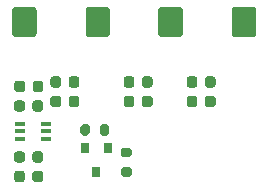
<source format=gbr>
%TF.GenerationSoftware,KiCad,Pcbnew,(5.1.10)-1*%
%TF.CreationDate,2022-01-18T16:23:03+07:00*%
%TF.ProjectId,DC5V_DC5V3V3,44433556-5f44-4433-9556-3356332e6b69,rev?*%
%TF.SameCoordinates,Original*%
%TF.FileFunction,Paste,Bot*%
%TF.FilePolarity,Positive*%
%FSLAX46Y46*%
G04 Gerber Fmt 4.6, Leading zero omitted, Abs format (unit mm)*
G04 Created by KiCad (PCBNEW (5.1.10)-1) date 2022-01-18 16:23:03*
%MOMM*%
%LPD*%
G01*
G04 APERTURE LIST*
%ADD10R,0.950000X0.450000*%
%ADD11R,0.800000X0.900000*%
G04 APERTURE END LIST*
D10*
%TO.C,D1*%
X92421000Y-93284000D03*
X92421000Y-92634000D03*
X92421000Y-91984000D03*
X90221000Y-91984000D03*
X90221000Y-92634000D03*
X90221000Y-93284000D03*
%TD*%
%TO.C,C12*%
G36*
G01*
X108171000Y-84388000D02*
X108171000Y-82338000D01*
G75*
G02*
X108421000Y-82088000I250000J0D01*
G01*
X109996000Y-82088000D01*
G75*
G02*
X110246000Y-82338000I0J-250000D01*
G01*
X110246000Y-84388000D01*
G75*
G02*
X109996000Y-84638000I-250000J0D01*
G01*
X108421000Y-84638000D01*
G75*
G02*
X108171000Y-84388000I0J250000D01*
G01*
G37*
G36*
G01*
X101946000Y-84388000D02*
X101946000Y-82338000D01*
G75*
G02*
X102196000Y-82088000I250000J0D01*
G01*
X103771000Y-82088000D01*
G75*
G02*
X104021000Y-82338000I0J-250000D01*
G01*
X104021000Y-84388000D01*
G75*
G02*
X103771000Y-84638000I-250000J0D01*
G01*
X102196000Y-84638000D01*
G75*
G02*
X101946000Y-84388000I0J250000D01*
G01*
G37*
%TD*%
%TO.C,C11*%
G36*
G01*
X95787500Y-84388000D02*
X95787500Y-82338000D01*
G75*
G02*
X96037500Y-82088000I250000J0D01*
G01*
X97612500Y-82088000D01*
G75*
G02*
X97862500Y-82338000I0J-250000D01*
G01*
X97862500Y-84388000D01*
G75*
G02*
X97612500Y-84638000I-250000J0D01*
G01*
X96037500Y-84638000D01*
G75*
G02*
X95787500Y-84388000I0J250000D01*
G01*
G37*
G36*
G01*
X89562500Y-84388000D02*
X89562500Y-82338000D01*
G75*
G02*
X89812500Y-82088000I250000J0D01*
G01*
X91387500Y-82088000D01*
G75*
G02*
X91637500Y-82338000I0J-250000D01*
G01*
X91637500Y-84388000D01*
G75*
G02*
X91387500Y-84638000I-250000J0D01*
G01*
X89812500Y-84638000D01*
G75*
G02*
X89562500Y-84388000I0J250000D01*
G01*
G37*
%TD*%
%TO.C,C13*%
G36*
G01*
X105250000Y-88193000D02*
X105250000Y-88693000D01*
G75*
G02*
X105025000Y-88918000I-225000J0D01*
G01*
X104575000Y-88918000D01*
G75*
G02*
X104350000Y-88693000I0J225000D01*
G01*
X104350000Y-88193000D01*
G75*
G02*
X104575000Y-87968000I225000J0D01*
G01*
X105025000Y-87968000D01*
G75*
G02*
X105250000Y-88193000I0J-225000D01*
G01*
G37*
G36*
G01*
X106800000Y-88193000D02*
X106800000Y-88693000D01*
G75*
G02*
X106575000Y-88918000I-225000J0D01*
G01*
X106125000Y-88918000D01*
G75*
G02*
X105900000Y-88693000I0J225000D01*
G01*
X105900000Y-88193000D01*
G75*
G02*
X106125000Y-87968000I225000J0D01*
G01*
X106575000Y-87968000D01*
G75*
G02*
X106800000Y-88193000I0J-225000D01*
G01*
G37*
%TD*%
%TO.C,C14*%
G36*
G01*
X105250000Y-89844000D02*
X105250000Y-90344000D01*
G75*
G02*
X105025000Y-90569000I-225000J0D01*
G01*
X104575000Y-90569000D01*
G75*
G02*
X104350000Y-90344000I0J225000D01*
G01*
X104350000Y-89844000D01*
G75*
G02*
X104575000Y-89619000I225000J0D01*
G01*
X105025000Y-89619000D01*
G75*
G02*
X105250000Y-89844000I0J-225000D01*
G01*
G37*
G36*
G01*
X106800000Y-89844000D02*
X106800000Y-90344000D01*
G75*
G02*
X106575000Y-90569000I-225000J0D01*
G01*
X106125000Y-90569000D01*
G75*
G02*
X105900000Y-90344000I0J225000D01*
G01*
X105900000Y-89844000D01*
G75*
G02*
X106125000Y-89619000I225000J0D01*
G01*
X106575000Y-89619000D01*
G75*
G02*
X106800000Y-89844000I0J-225000D01*
G01*
G37*
%TD*%
%TO.C,R2*%
G36*
G01*
X99513000Y-94813000D02*
X98963000Y-94813000D01*
G75*
G02*
X98763000Y-94613000I0J200000D01*
G01*
X98763000Y-94213000D01*
G75*
G02*
X98963000Y-94013000I200000J0D01*
G01*
X99513000Y-94013000D01*
G75*
G02*
X99713000Y-94213000I0J-200000D01*
G01*
X99713000Y-94613000D01*
G75*
G02*
X99513000Y-94813000I-200000J0D01*
G01*
G37*
G36*
G01*
X99513000Y-96463000D02*
X98963000Y-96463000D01*
G75*
G02*
X98763000Y-96263000I0J200000D01*
G01*
X98763000Y-95863000D01*
G75*
G02*
X98963000Y-95663000I200000J0D01*
G01*
X99513000Y-95663000D01*
G75*
G02*
X99713000Y-95863000I0J-200000D01*
G01*
X99713000Y-96263000D01*
G75*
G02*
X99513000Y-96463000I-200000J0D01*
G01*
G37*
%TD*%
%TO.C,R1*%
G36*
G01*
X96995500Y-92782000D02*
X96995500Y-92232000D01*
G75*
G02*
X97195500Y-92032000I200000J0D01*
G01*
X97595500Y-92032000D01*
G75*
G02*
X97795500Y-92232000I0J-200000D01*
G01*
X97795500Y-92782000D01*
G75*
G02*
X97595500Y-92982000I-200000J0D01*
G01*
X97195500Y-92982000D01*
G75*
G02*
X96995500Y-92782000I0J200000D01*
G01*
G37*
G36*
G01*
X95345500Y-92782000D02*
X95345500Y-92232000D01*
G75*
G02*
X95545500Y-92032000I200000J0D01*
G01*
X95945500Y-92032000D01*
G75*
G02*
X96145500Y-92232000I0J-200000D01*
G01*
X96145500Y-92782000D01*
G75*
G02*
X95945500Y-92982000I-200000J0D01*
G01*
X95545500Y-92982000D01*
G75*
G02*
X95345500Y-92782000I0J200000D01*
G01*
G37*
%TD*%
D11*
%TO.C,Q1*%
X96698000Y-96063000D03*
X97648000Y-94063000D03*
X95748000Y-94063000D03*
%TD*%
%TO.C,C10*%
G36*
G01*
X100566000Y-90344000D02*
X100566000Y-89844000D01*
G75*
G02*
X100791000Y-89619000I225000J0D01*
G01*
X101241000Y-89619000D01*
G75*
G02*
X101466000Y-89844000I0J-225000D01*
G01*
X101466000Y-90344000D01*
G75*
G02*
X101241000Y-90569000I-225000J0D01*
G01*
X100791000Y-90569000D01*
G75*
G02*
X100566000Y-90344000I0J225000D01*
G01*
G37*
G36*
G01*
X99016000Y-90344000D02*
X99016000Y-89844000D01*
G75*
G02*
X99241000Y-89619000I225000J0D01*
G01*
X99691000Y-89619000D01*
G75*
G02*
X99916000Y-89844000I0J-225000D01*
G01*
X99916000Y-90344000D01*
G75*
G02*
X99691000Y-90569000I-225000J0D01*
G01*
X99241000Y-90569000D01*
G75*
G02*
X99016000Y-90344000I0J225000D01*
G01*
G37*
%TD*%
%TO.C,C9*%
G36*
G01*
X100566000Y-88693000D02*
X100566000Y-88193000D01*
G75*
G02*
X100791000Y-87968000I225000J0D01*
G01*
X101241000Y-87968000D01*
G75*
G02*
X101466000Y-88193000I0J-225000D01*
G01*
X101466000Y-88693000D01*
G75*
G02*
X101241000Y-88918000I-225000J0D01*
G01*
X100791000Y-88918000D01*
G75*
G02*
X100566000Y-88693000I0J225000D01*
G01*
G37*
G36*
G01*
X99016000Y-88693000D02*
X99016000Y-88193000D01*
G75*
G02*
X99241000Y-87968000I225000J0D01*
G01*
X99691000Y-87968000D01*
G75*
G02*
X99916000Y-88193000I0J-225000D01*
G01*
X99916000Y-88693000D01*
G75*
G02*
X99691000Y-88918000I-225000J0D01*
G01*
X99241000Y-88918000D01*
G75*
G02*
X99016000Y-88693000I0J225000D01*
G01*
G37*
%TD*%
%TO.C,C6*%
G36*
G01*
X90658000Y-88574000D02*
X90658000Y-89074000D01*
G75*
G02*
X90433000Y-89299000I-225000J0D01*
G01*
X89983000Y-89299000D01*
G75*
G02*
X89758000Y-89074000I0J225000D01*
G01*
X89758000Y-88574000D01*
G75*
G02*
X89983000Y-88349000I225000J0D01*
G01*
X90433000Y-88349000D01*
G75*
G02*
X90658000Y-88574000I0J-225000D01*
G01*
G37*
G36*
G01*
X92208000Y-88574000D02*
X92208000Y-89074000D01*
G75*
G02*
X91983000Y-89299000I-225000J0D01*
G01*
X91533000Y-89299000D01*
G75*
G02*
X91308000Y-89074000I0J225000D01*
G01*
X91308000Y-88574000D01*
G75*
G02*
X91533000Y-88349000I225000J0D01*
G01*
X91983000Y-88349000D01*
G75*
G02*
X92208000Y-88574000I0J-225000D01*
G01*
G37*
%TD*%
%TO.C,C5*%
G36*
G01*
X90645000Y-90225000D02*
X90645000Y-90725000D01*
G75*
G02*
X90420000Y-90950000I-225000J0D01*
G01*
X89970000Y-90950000D01*
G75*
G02*
X89745000Y-90725000I0J225000D01*
G01*
X89745000Y-90225000D01*
G75*
G02*
X89970000Y-90000000I225000J0D01*
G01*
X90420000Y-90000000D01*
G75*
G02*
X90645000Y-90225000I0J-225000D01*
G01*
G37*
G36*
G01*
X92195000Y-90225000D02*
X92195000Y-90725000D01*
G75*
G02*
X91970000Y-90950000I-225000J0D01*
G01*
X91520000Y-90950000D01*
G75*
G02*
X91295000Y-90725000I0J225000D01*
G01*
X91295000Y-90225000D01*
G75*
G02*
X91520000Y-90000000I225000J0D01*
G01*
X91970000Y-90000000D01*
G75*
G02*
X92195000Y-90225000I0J-225000D01*
G01*
G37*
%TD*%
%TO.C,C4*%
G36*
G01*
X94369000Y-88693000D02*
X94369000Y-88193000D01*
G75*
G02*
X94594000Y-87968000I225000J0D01*
G01*
X95044000Y-87968000D01*
G75*
G02*
X95269000Y-88193000I0J-225000D01*
G01*
X95269000Y-88693000D01*
G75*
G02*
X95044000Y-88918000I-225000J0D01*
G01*
X94594000Y-88918000D01*
G75*
G02*
X94369000Y-88693000I0J225000D01*
G01*
G37*
G36*
G01*
X92819000Y-88693000D02*
X92819000Y-88193000D01*
G75*
G02*
X93044000Y-87968000I225000J0D01*
G01*
X93494000Y-87968000D01*
G75*
G02*
X93719000Y-88193000I0J-225000D01*
G01*
X93719000Y-88693000D01*
G75*
G02*
X93494000Y-88918000I-225000J0D01*
G01*
X93044000Y-88918000D01*
G75*
G02*
X92819000Y-88693000I0J225000D01*
G01*
G37*
%TD*%
%TO.C,C3*%
G36*
G01*
X90645000Y-94543000D02*
X90645000Y-95043000D01*
G75*
G02*
X90420000Y-95268000I-225000J0D01*
G01*
X89970000Y-95268000D01*
G75*
G02*
X89745000Y-95043000I0J225000D01*
G01*
X89745000Y-94543000D01*
G75*
G02*
X89970000Y-94318000I225000J0D01*
G01*
X90420000Y-94318000D01*
G75*
G02*
X90645000Y-94543000I0J-225000D01*
G01*
G37*
G36*
G01*
X92195000Y-94543000D02*
X92195000Y-95043000D01*
G75*
G02*
X91970000Y-95268000I-225000J0D01*
G01*
X91520000Y-95268000D01*
G75*
G02*
X91295000Y-95043000I0J225000D01*
G01*
X91295000Y-94543000D01*
G75*
G02*
X91520000Y-94318000I225000J0D01*
G01*
X91970000Y-94318000D01*
G75*
G02*
X92195000Y-94543000I0J-225000D01*
G01*
G37*
%TD*%
%TO.C,C2*%
G36*
G01*
X94369000Y-90344000D02*
X94369000Y-89844000D01*
G75*
G02*
X94594000Y-89619000I225000J0D01*
G01*
X95044000Y-89619000D01*
G75*
G02*
X95269000Y-89844000I0J-225000D01*
G01*
X95269000Y-90344000D01*
G75*
G02*
X95044000Y-90569000I-225000J0D01*
G01*
X94594000Y-90569000D01*
G75*
G02*
X94369000Y-90344000I0J225000D01*
G01*
G37*
G36*
G01*
X92819000Y-90344000D02*
X92819000Y-89844000D01*
G75*
G02*
X93044000Y-89619000I225000J0D01*
G01*
X93494000Y-89619000D01*
G75*
G02*
X93719000Y-89844000I0J-225000D01*
G01*
X93719000Y-90344000D01*
G75*
G02*
X93494000Y-90569000I-225000J0D01*
G01*
X93044000Y-90569000D01*
G75*
G02*
X92819000Y-90344000I0J225000D01*
G01*
G37*
%TD*%
%TO.C,C1*%
G36*
G01*
X90645000Y-96194000D02*
X90645000Y-96694000D01*
G75*
G02*
X90420000Y-96919000I-225000J0D01*
G01*
X89970000Y-96919000D01*
G75*
G02*
X89745000Y-96694000I0J225000D01*
G01*
X89745000Y-96194000D01*
G75*
G02*
X89970000Y-95969000I225000J0D01*
G01*
X90420000Y-95969000D01*
G75*
G02*
X90645000Y-96194000I0J-225000D01*
G01*
G37*
G36*
G01*
X92195000Y-96194000D02*
X92195000Y-96694000D01*
G75*
G02*
X91970000Y-96919000I-225000J0D01*
G01*
X91520000Y-96919000D01*
G75*
G02*
X91295000Y-96694000I0J225000D01*
G01*
X91295000Y-96194000D01*
G75*
G02*
X91520000Y-95969000I225000J0D01*
G01*
X91970000Y-95969000D01*
G75*
G02*
X92195000Y-96194000I0J-225000D01*
G01*
G37*
%TD*%
M02*

</source>
